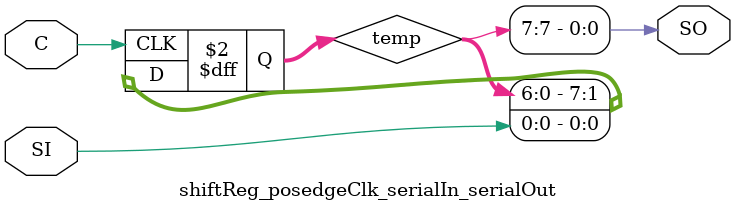
<source format=v>
`timescale 1ns / 1ps
module shiftReg_posedgeClk_serialIn_serialOut(
    input C,
    input SI,
    output SO
    );
	 
	 reg [7:0] temp;
	 
	 always @ (posedge C) begin
		temp <= {temp[6:0], SI};
	 end
	 
	 assign SO = temp[7];
endmodule

</source>
